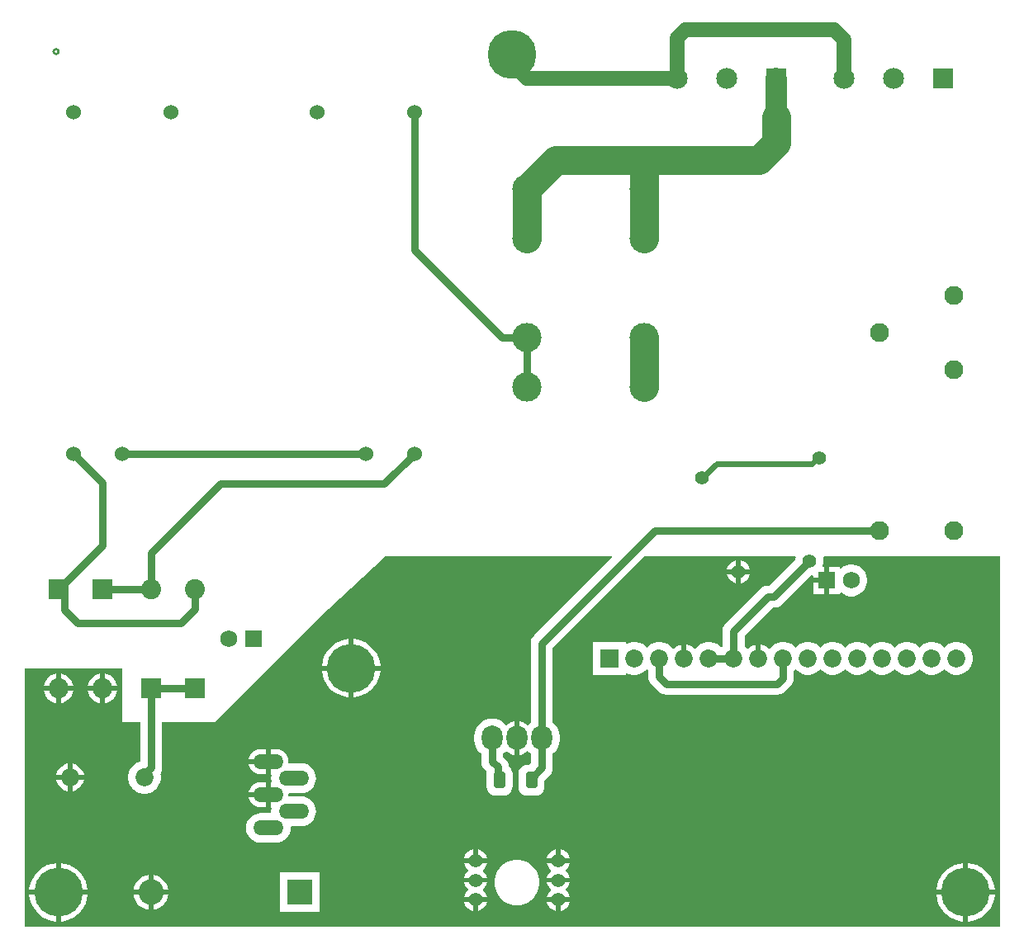
<source format=gbr>
%TF.GenerationSoftware,Altium Limited,Altium Designer,24.0.1 (36)*%
G04 Layer_Physical_Order=2*
G04 Layer_Color=16711680*
%FSLAX45Y45*%
%MOMM*%
%TF.SameCoordinates,1548FFD4-C5F0-4C99-8D9D-CADF44B10A7D*%
%TF.FilePolarity,Positive*%
%TF.FileFunction,Copper,L2,Bot,Signal*%
%TF.Part,Single*%
G01*
G75*
%TA.AperFunction,SMDPad,CuDef*%
G04:AMPARAMS|DCode=11|XSize=1.14mm|YSize=1.63mm|CornerRadius=0.1425mm|HoleSize=0mm|Usage=FLASHONLY|Rotation=0.000|XOffset=0mm|YOffset=0mm|HoleType=Round|Shape=RoundedRectangle|*
%AMROUNDEDRECTD11*
21,1,1.14000,1.34500,0,0,0.0*
21,1,0.85500,1.63000,0,0,0.0*
1,1,0.28500,0.42750,-0.67250*
1,1,0.28500,-0.42750,-0.67250*
1,1,0.28500,-0.42750,0.67250*
1,1,0.28500,0.42750,0.67250*
%
%ADD11ROUNDEDRECTD11*%
%TA.AperFunction,Conductor*%
%ADD21C,0.75000*%
%ADD22C,0.60000*%
%ADD23C,1.50000*%
%ADD24C,3.00000*%
%ADD25C,2.20000*%
%TA.AperFunction,NonConductor*%
%ADD27C,0.25400*%
%TA.AperFunction,ComponentPad*%
%ADD28C,1.75001*%
%ADD29R,1.75001X1.75001*%
%ADD30O,3.10000X1.55000*%
%ADD31C,5.00000*%
%ADD32C,1.85000*%
%ADD33R,1.85000X1.85000*%
%ADD34C,2.15000*%
%ADD35R,2.15000X2.15000*%
%ADD36C,3.00000*%
%ADD37C,1.52400*%
%ADD38C,1.95000*%
%ADD39O,2.15000X2.50000*%
%ADD40R,2.05000X2.05000*%
%ADD41C,2.05000*%
%ADD42C,1.85001*%
%ADD43C,2.60000*%
%ADD44R,2.60000X2.60000*%
%TA.AperFunction,ViaPad*%
%ADD45C,1.40000*%
G36*
X10000000Y0D02*
X0D01*
Y2650000D01*
X1000000D01*
Y2100000D01*
X1186529D01*
Y1691151D01*
X1182142Y1690278D01*
X1151659Y1677652D01*
X1124225Y1659321D01*
X1100894Y1635990D01*
X1082563Y1608556D01*
X1069936Y1578073D01*
X1063500Y1545712D01*
Y1512717D01*
X1069936Y1480356D01*
X1082563Y1449873D01*
X1100894Y1422439D01*
X1124225Y1399108D01*
X1151659Y1380778D01*
X1182142Y1368151D01*
X1214503Y1361714D01*
X1247497D01*
X1279858Y1368151D01*
X1310341Y1380778D01*
X1337776Y1399108D01*
X1361106Y1422439D01*
X1379437Y1449873D01*
X1392064Y1480356D01*
X1398501Y1512717D01*
Y1545712D01*
X1394420Y1566229D01*
X1398269Y1571245D01*
X1409604Y1598612D01*
X1413471Y1627980D01*
Y2100000D01*
X1950000D01*
X3000000Y3150000D01*
X3700000Y3800000D01*
X6022934D01*
X6027795Y3788267D01*
X5223764Y2984236D01*
X5205731Y2960736D01*
X5194396Y2933369D01*
X5190529Y2904000D01*
Y2092133D01*
X5174328Y2078838D01*
X5160636Y2062153D01*
X5137926Y2080790D01*
X5110564Y2095415D01*
X5080875Y2104421D01*
X5075000Y2105000D01*
Y1931701D01*
Y1758401D01*
X5080875Y1758979D01*
X5110564Y1767985D01*
X5137926Y1782610D01*
X5160602Y1801220D01*
X5174328Y1784495D01*
X5190529Y1771199D01*
Y1675501D01*
X5172298Y1657270D01*
X5157250D01*
X5133951Y1654203D01*
X5112240Y1645210D01*
X5093596Y1630904D01*
X5079290Y1612260D01*
X5070297Y1590549D01*
X5067230Y1567250D01*
Y1432750D01*
X5070297Y1409451D01*
X5079290Y1387740D01*
X5093596Y1369096D01*
X5112240Y1354790D01*
X5133951Y1345797D01*
X5157250Y1342730D01*
X5242750D01*
X5266049Y1345797D01*
X5287760Y1354790D01*
X5306404Y1369096D01*
X5320710Y1387740D01*
X5329703Y1409451D01*
X5332770Y1432750D01*
Y1496798D01*
X5384236Y1548264D01*
X5402269Y1571764D01*
X5413605Y1599131D01*
X5417471Y1628500D01*
Y1771199D01*
X5433672Y1784495D01*
X5456478Y1812284D01*
X5473424Y1843988D01*
X5483859Y1878390D01*
X5487383Y1914166D01*
Y1949166D01*
X5483859Y1984943D01*
X5473424Y2019344D01*
X5456478Y2051048D01*
X5433672Y2078838D01*
X5417471Y2092133D01*
Y2856999D01*
X6360472Y3800000D01*
X7902851D01*
X7910583Y3789924D01*
X7905000Y3769090D01*
Y3765472D01*
X7636780Y3497252D01*
X7623782D01*
X7594413Y3493386D01*
X7567046Y3482050D01*
X7543545Y3464017D01*
X7189764Y3110236D01*
X7171731Y3086735D01*
X7160395Y3059368D01*
X7156529Y3030000D01*
Y2873410D01*
X7146590Y2863471D01*
X7139410D01*
X7122775Y2880106D01*
X7095341Y2898437D01*
X7064858Y2911063D01*
X7032497Y2917500D01*
X6999503D01*
X6967142Y2911063D01*
X6936659Y2898437D01*
X6909225Y2880106D01*
X6885894Y2856775D01*
X6879782Y2847627D01*
X6867143Y2846382D01*
X6849497Y2864028D01*
X6817003Y2882789D01*
X6787000Y2890828D01*
Y2750000D01*
X6737000D01*
Y2890828D01*
X6706997Y2882789D01*
X6674503Y2864028D01*
X6656857Y2846382D01*
X6644218Y2847627D01*
X6638106Y2856775D01*
X6614775Y2880106D01*
X6587341Y2898437D01*
X6556858Y2911063D01*
X6524497Y2917500D01*
X6491503D01*
X6459142Y2911063D01*
X6428659Y2898437D01*
X6401225Y2880106D01*
X6381000Y2859881D01*
X6360775Y2880106D01*
X6333341Y2898437D01*
X6302858Y2911063D01*
X6270497Y2917500D01*
X6237503D01*
X6205142Y2911063D01*
X6180200Y2900732D01*
X6167500Y2907871D01*
Y2917500D01*
X5832500D01*
Y2582500D01*
X6167500D01*
Y2592129D01*
X6180200Y2599268D01*
X6205142Y2588937D01*
X6237503Y2582500D01*
X6270497D01*
X6302858Y2588937D01*
X6333341Y2601564D01*
X6360775Y2619894D01*
X6381000Y2640119D01*
X6394529Y2626590D01*
Y2562000D01*
X6398395Y2532631D01*
X6409731Y2505264D01*
X6427764Y2481764D01*
X6499764Y2409764D01*
X6523264Y2391731D01*
X6550631Y2380396D01*
X6580000Y2376529D01*
X7720000D01*
X7749369Y2380396D01*
X7776736Y2391731D01*
X7800236Y2409764D01*
X7855236Y2464764D01*
X7873269Y2488265D01*
X7884604Y2515631D01*
X7888471Y2545000D01*
Y2623590D01*
X7905000Y2640119D01*
X7925225Y2619894D01*
X7952659Y2601564D01*
X7983142Y2588937D01*
X8015503Y2582500D01*
X8048497D01*
X8080858Y2588937D01*
X8111341Y2601564D01*
X8138775Y2619894D01*
X8159000Y2640119D01*
X8179225Y2619894D01*
X8206659Y2601564D01*
X8237142Y2588937D01*
X8269503Y2582500D01*
X8302497D01*
X8334858Y2588937D01*
X8365341Y2601564D01*
X8392775Y2619894D01*
X8413000Y2640119D01*
X8433225Y2619894D01*
X8460659Y2601564D01*
X8491142Y2588937D01*
X8523503Y2582500D01*
X8556497D01*
X8588858Y2588937D01*
X8619341Y2601564D01*
X8646775Y2619894D01*
X8667000Y2640119D01*
X8687225Y2619894D01*
X8714659Y2601564D01*
X8745142Y2588937D01*
X8777503Y2582500D01*
X8810497D01*
X8842858Y2588937D01*
X8873341Y2601564D01*
X8900775Y2619894D01*
X8921000Y2640119D01*
X8941225Y2619894D01*
X8968659Y2601564D01*
X8999142Y2588937D01*
X9031503Y2582500D01*
X9064497D01*
X9096858Y2588937D01*
X9127341Y2601564D01*
X9154775Y2619894D01*
X9175000Y2640119D01*
X9195225Y2619894D01*
X9222659Y2601564D01*
X9253142Y2588937D01*
X9285503Y2582500D01*
X9318497D01*
X9350858Y2588937D01*
X9381341Y2601564D01*
X9408775Y2619894D01*
X9429000Y2640119D01*
X9449225Y2619894D01*
X9476659Y2601564D01*
X9507142Y2588937D01*
X9539503Y2582500D01*
X9572497D01*
X9604858Y2588937D01*
X9635341Y2601564D01*
X9662775Y2619894D01*
X9686106Y2643225D01*
X9704437Y2670659D01*
X9717063Y2701142D01*
X9723500Y2733503D01*
Y2766497D01*
X9717063Y2798858D01*
X9704437Y2829341D01*
X9686106Y2856775D01*
X9662775Y2880106D01*
X9635341Y2898437D01*
X9604858Y2911063D01*
X9572497Y2917500D01*
X9539503D01*
X9507142Y2911063D01*
X9476659Y2898437D01*
X9449225Y2880106D01*
X9429000Y2859881D01*
X9408775Y2880106D01*
X9381341Y2898437D01*
X9350858Y2911063D01*
X9318497Y2917500D01*
X9285503D01*
X9253142Y2911063D01*
X9222659Y2898437D01*
X9195225Y2880106D01*
X9175000Y2859881D01*
X9154775Y2880106D01*
X9127341Y2898437D01*
X9096858Y2911063D01*
X9064497Y2917500D01*
X9031503D01*
X8999142Y2911063D01*
X8968659Y2898437D01*
X8941225Y2880106D01*
X8921000Y2859881D01*
X8900775Y2880106D01*
X8873341Y2898437D01*
X8842858Y2911063D01*
X8810497Y2917500D01*
X8777503D01*
X8745142Y2911063D01*
X8714659Y2898437D01*
X8687225Y2880106D01*
X8667000Y2859881D01*
X8646775Y2880106D01*
X8619341Y2898437D01*
X8588858Y2911063D01*
X8556497Y2917500D01*
X8523503D01*
X8491142Y2911063D01*
X8460659Y2898437D01*
X8433225Y2880106D01*
X8413000Y2859881D01*
X8392775Y2880106D01*
X8365341Y2898437D01*
X8334858Y2911063D01*
X8302497Y2917500D01*
X8269503D01*
X8237142Y2911063D01*
X8206659Y2898437D01*
X8179225Y2880106D01*
X8159000Y2859881D01*
X8138775Y2880106D01*
X8111341Y2898437D01*
X8080858Y2911063D01*
X8048497Y2917500D01*
X8015503D01*
X7983142Y2911063D01*
X7952659Y2898437D01*
X7925225Y2880106D01*
X7905000Y2859881D01*
X7884775Y2880106D01*
X7857341Y2898437D01*
X7826858Y2911063D01*
X7794497Y2917500D01*
X7761503D01*
X7729142Y2911063D01*
X7698659Y2898437D01*
X7671225Y2880106D01*
X7647894Y2856775D01*
X7641782Y2847627D01*
X7629143Y2846382D01*
X7611497Y2864028D01*
X7579003Y2882789D01*
X7549000Y2890828D01*
Y2750000D01*
X7499000D01*
Y2890828D01*
X7468997Y2882789D01*
X7436503Y2864028D01*
X7418857Y2846382D01*
X7406218Y2847627D01*
X7400106Y2856775D01*
X7383471Y2873410D01*
Y2982999D01*
X7670783Y3270310D01*
X7683781D01*
X7713150Y3274177D01*
X7740517Y3285513D01*
X7764017Y3303545D01*
X8065472Y3605000D01*
X8069090D01*
X8075424Y3606697D01*
X8085500Y3598966D01*
Y3575000D01*
X8198000D01*
Y3687500D01*
X8194896D01*
X8186771Y3700201D01*
X8195000Y3730910D01*
Y3769090D01*
X8189417Y3789924D01*
X8197148Y3800000D01*
X10000000D01*
Y0D01*
D02*
G37*
%LPC*%
G36*
X8493005Y3712501D02*
X8460995D01*
X8429600Y3706256D01*
X8400027Y3694006D01*
X8373412Y3676223D01*
X8372234Y3675044D01*
X8360500Y3679905D01*
Y3687500D01*
X8248000D01*
Y3550000D01*
Y3412500D01*
X8360500D01*
Y3420096D01*
X8372234Y3424956D01*
X8373412Y3423778D01*
X8400027Y3405994D01*
X8429600Y3393744D01*
X8460995Y3387499D01*
X8493005D01*
X8524400Y3393744D01*
X8553973Y3405994D01*
X8580588Y3423778D01*
X8603223Y3446412D01*
X8621006Y3473027D01*
X8633256Y3502600D01*
X8639501Y3533995D01*
Y3566005D01*
X8633256Y3597400D01*
X8621006Y3626973D01*
X8603223Y3653588D01*
X8580588Y3676223D01*
X8553973Y3694006D01*
X8524400Y3706256D01*
X8493005Y3712501D01*
D02*
G37*
G36*
X7346400Y3756434D02*
Y3663900D01*
X7438934D01*
X7433222Y3685218D01*
X7417424Y3712582D01*
X7395081Y3734924D01*
X7367718Y3750722D01*
X7346400Y3756434D01*
D02*
G37*
G36*
X7296400D02*
X7275082Y3750722D01*
X7247718Y3734924D01*
X7225376Y3712582D01*
X7209578Y3685218D01*
X7203866Y3663900D01*
X7296400D01*
Y3756434D01*
D02*
G37*
G36*
X7438934Y3613900D02*
X7346400D01*
Y3521366D01*
X7367718Y3527078D01*
X7395081Y3542877D01*
X7417424Y3565219D01*
X7433222Y3592582D01*
X7438934Y3613900D01*
D02*
G37*
G36*
X7296400D02*
X7203866D01*
X7209578Y3592582D01*
X7225376Y3565219D01*
X7247718Y3542877D01*
X7275082Y3527078D01*
X7296400Y3521366D01*
Y3613900D01*
D02*
G37*
G36*
X8198000Y3525000D02*
X8085500D01*
Y3412500D01*
X8198000D01*
Y3525000D01*
D02*
G37*
G36*
X3375000Y2949780D02*
Y2675000D01*
X3649780D01*
X3642613Y2720250D01*
X3628021Y2765160D01*
X3606583Y2807234D01*
X3578827Y2845437D01*
X3545437Y2878827D01*
X3507234Y2906583D01*
X3465160Y2928021D01*
X3420250Y2942613D01*
X3375000Y2949780D01*
D02*
G37*
G36*
X3325000D02*
X3279750Y2942613D01*
X3234840Y2928021D01*
X3192766Y2906583D01*
X3154563Y2878827D01*
X3121173Y2845437D01*
X3093417Y2807234D01*
X3071979Y2765160D01*
X3057387Y2720250D01*
X3050220Y2675000D01*
X3325000D01*
Y2949780D01*
D02*
G37*
G36*
X825000Y2592515D02*
Y2467000D01*
X950515D01*
X946639Y2486482D01*
X935143Y2514236D01*
X918454Y2539213D01*
X897213Y2560454D01*
X872236Y2577143D01*
X844482Y2588639D01*
X825000Y2592515D01*
D02*
G37*
G36*
X375000D02*
Y2467000D01*
X500515D01*
X496639Y2486482D01*
X485144Y2514236D01*
X468454Y2539213D01*
X447213Y2560454D01*
X422236Y2577143D01*
X394483Y2588639D01*
X375000Y2592515D01*
D02*
G37*
G36*
X775000Y2592514D02*
X755517Y2588639D01*
X727764Y2577143D01*
X702787Y2560454D01*
X681546Y2539213D01*
X664856Y2514236D01*
X653361Y2486482D01*
X649485Y2467000D01*
X775000D01*
Y2592514D01*
D02*
G37*
G36*
X325000D02*
X305518Y2588639D01*
X277764Y2577143D01*
X252787Y2560454D01*
X231546Y2539213D01*
X214857Y2514236D01*
X203361Y2486482D01*
X199485Y2467000D01*
X325000D01*
Y2592514D01*
D02*
G37*
G36*
X3649780Y2625000D02*
X3375000D01*
Y2350220D01*
X3420250Y2357387D01*
X3465160Y2371979D01*
X3507234Y2393417D01*
X3545437Y2421173D01*
X3578827Y2454563D01*
X3606583Y2492766D01*
X3628021Y2534840D01*
X3642613Y2579750D01*
X3649780Y2625000D01*
D02*
G37*
G36*
X3325000D02*
X3050220D01*
X3057387Y2579750D01*
X3071979Y2534840D01*
X3093417Y2492766D01*
X3121173Y2454563D01*
X3154563Y2421173D01*
X3192766Y2393417D01*
X3234840Y2371979D01*
X3279750Y2357387D01*
X3325000Y2350220D01*
Y2625000D01*
D02*
G37*
G36*
X775000Y2417000D02*
X649485D01*
X653361Y2397517D01*
X664856Y2369764D01*
X681546Y2344787D01*
X702787Y2323546D01*
X727764Y2306856D01*
X755517Y2295361D01*
X775000Y2291485D01*
Y2417000D01*
D02*
G37*
G36*
X325000D02*
X199486D01*
X203361Y2397517D01*
X214857Y2369764D01*
X231546Y2344787D01*
X252787Y2323546D01*
X277764Y2306856D01*
X305518Y2295361D01*
X325000Y2291485D01*
Y2417000D01*
D02*
G37*
G36*
X950514D02*
X825000D01*
Y2291485D01*
X844482Y2295361D01*
X872236Y2306856D01*
X897213Y2323546D01*
X918454Y2344787D01*
X935143Y2369764D01*
X946639Y2397517D01*
X950514Y2417000D01*
D02*
G37*
G36*
X500515D02*
X375000D01*
Y2291485D01*
X394483Y2295361D01*
X422236Y2306856D01*
X447213Y2323546D01*
X468454Y2344787D01*
X485144Y2369764D01*
X496639Y2397517D01*
X500515Y2417000D01*
D02*
G37*
G36*
X4796000Y2132583D02*
X4760224Y2129060D01*
X4725822Y2118624D01*
X4694118Y2101678D01*
X4666328Y2078872D01*
X4643523Y2051083D01*
X4626576Y2019378D01*
X4616141Y1984977D01*
X4612617Y1949200D01*
Y1914200D01*
X4616141Y1878424D01*
X4626576Y1844022D01*
X4643523Y1812318D01*
X4666328Y1784529D01*
X4682529Y1771233D01*
Y1694200D01*
X4686396Y1664832D01*
X4697731Y1637465D01*
X4715764Y1613964D01*
X4739029Y1590699D01*
Y1519500D01*
X4739230Y1517974D01*
Y1432750D01*
X4742297Y1409451D01*
X4751290Y1387740D01*
X4765596Y1369096D01*
X4784240Y1354790D01*
X4805951Y1345797D01*
X4829250Y1342730D01*
X4914750D01*
X4938049Y1345797D01*
X4959760Y1354790D01*
X4978404Y1369096D01*
X4992710Y1387740D01*
X5001703Y1409451D01*
X5004770Y1432750D01*
Y1567250D01*
X5001703Y1590549D01*
X4992710Y1612260D01*
X4978404Y1630904D01*
X4965569Y1640752D01*
X4962105Y1667069D01*
X4950769Y1694436D01*
X4932736Y1717936D01*
X4909471Y1741201D01*
Y1771233D01*
X4925672Y1784529D01*
X4939381Y1801234D01*
X4962074Y1782610D01*
X4989436Y1767985D01*
X5019125Y1758979D01*
X5025000Y1758401D01*
Y1931701D01*
Y2105000D01*
X5019125Y2104421D01*
X4989436Y2095415D01*
X4962074Y2080790D01*
X4939381Y2062167D01*
X4925672Y2078872D01*
X4897882Y2101678D01*
X4866178Y2118624D01*
X4831776Y2129060D01*
X4796000Y2132583D01*
D02*
G37*
G36*
X2475000Y1818600D02*
X2422500D01*
X2389216Y1814218D01*
X2358200Y1801371D01*
X2331566Y1780934D01*
X2311129Y1754300D01*
X2298282Y1723284D01*
X2297191Y1715000D01*
X2475000D01*
Y1818600D01*
D02*
G37*
G36*
Y1665000D02*
X2297191D01*
X2298282Y1656716D01*
X2311129Y1625700D01*
X2331566Y1599066D01*
X2358200Y1578629D01*
X2389216Y1565782D01*
X2422500Y1561400D01*
X2475000D01*
Y1665000D01*
D02*
G37*
G36*
X494000Y1670043D02*
Y1554215D01*
X609829D01*
X601789Y1584218D01*
X583029Y1616712D01*
X556497Y1643243D01*
X524003Y1662004D01*
X494000Y1670043D01*
D02*
G37*
G36*
X444000D02*
X413997Y1662004D01*
X381503Y1643243D01*
X354971Y1616712D01*
X336211Y1584218D01*
X328172Y1554215D01*
X444000D01*
Y1670043D01*
D02*
G37*
G36*
X609829Y1504215D02*
X494000D01*
Y1388386D01*
X524003Y1396425D01*
X556497Y1415186D01*
X583029Y1441717D01*
X601789Y1474211D01*
X609829Y1504215D01*
D02*
G37*
G36*
X444000D02*
X328172D01*
X336211Y1474211D01*
X354971Y1441717D01*
X381503Y1415186D01*
X413997Y1396425D01*
X444000Y1388386D01*
Y1504215D01*
D02*
G37*
G36*
X2475000Y1478600D02*
X2422500D01*
X2389216Y1474218D01*
X2358200Y1461371D01*
X2331566Y1440934D01*
X2311129Y1414300D01*
X2298282Y1383284D01*
X2297191Y1375000D01*
X2475000D01*
Y1478600D01*
D02*
G37*
G36*
Y1325000D02*
X2297191D01*
X2298282Y1316716D01*
X2311129Y1285700D01*
X2331566Y1259066D01*
X2358200Y1238629D01*
X2389216Y1225782D01*
X2422500Y1221400D01*
X2475000D01*
Y1325000D01*
D02*
G37*
G36*
X2577500Y1818600D02*
X2525000D01*
Y1690000D01*
Y1561400D01*
X2525037D01*
X2531291Y1552968D01*
X2532089Y1548700D01*
X2529262Y1520000D01*
X2532089Y1491300D01*
X2531290Y1487032D01*
X2525037Y1478600D01*
X2525000D01*
Y1350000D01*
Y1221400D01*
X2525037D01*
X2531290Y1212968D01*
X2532089Y1208700D01*
X2529262Y1180000D01*
X2529986Y1172648D01*
X2521457Y1163238D01*
X2422500D01*
X2392605Y1160294D01*
X2363858Y1151574D01*
X2337366Y1137413D01*
X2314144Y1118356D01*
X2295087Y1095134D01*
X2280927Y1068642D01*
X2272207Y1039895D01*
X2269262Y1010000D01*
X2272207Y980105D01*
X2280927Y951358D01*
X2295087Y924866D01*
X2314144Y901644D01*
X2337366Y882587D01*
X2363858Y868427D01*
X2392605Y859706D01*
X2422500Y856762D01*
X2577500D01*
X2607395Y859706D01*
X2636142Y868427D01*
X2662635Y882587D01*
X2685856Y901644D01*
X2704913Y924866D01*
X2719074Y951358D01*
X2727794Y980105D01*
X2730738Y1010000D01*
X2730014Y1017352D01*
X2738543Y1026762D01*
X2837500D01*
X2867395Y1029707D01*
X2896142Y1038427D01*
X2922634Y1052587D01*
X2945856Y1071645D01*
X2964913Y1094866D01*
X2979074Y1121358D01*
X2987794Y1150105D01*
X2990738Y1180000D01*
X2987794Y1209895D01*
X2979074Y1238642D01*
X2964913Y1265135D01*
X2945856Y1288356D01*
X2922634Y1307413D01*
X2896142Y1321574D01*
X2867395Y1330294D01*
X2837500Y1333238D01*
X2713524D01*
X2705150Y1342787D01*
X2706100Y1350000D01*
X2705150Y1357213D01*
X2713524Y1366762D01*
X2837500D01*
X2867395Y1369706D01*
X2896142Y1378427D01*
X2922634Y1392587D01*
X2945856Y1411644D01*
X2964913Y1434866D01*
X2979074Y1461358D01*
X2987794Y1490105D01*
X2990738Y1520000D01*
X2987794Y1549895D01*
X2979074Y1578642D01*
X2964913Y1605134D01*
X2945856Y1628356D01*
X2922634Y1647413D01*
X2896142Y1661574D01*
X2867395Y1670294D01*
X2837500Y1673238D01*
X2713524D01*
X2705150Y1682787D01*
X2706100Y1690000D01*
X2701718Y1723284D01*
X2688871Y1754300D01*
X2668434Y1780934D01*
X2641800Y1801371D01*
X2610784Y1814218D01*
X2577500Y1818600D01*
D02*
G37*
G36*
X5500000Y792534D02*
Y700000D01*
X5592534D01*
X5586822Y721318D01*
X5571024Y748682D01*
X5548682Y771024D01*
X5521318Y786822D01*
X5500000Y792534D01*
D02*
G37*
G36*
X5450000D02*
X5428682Y786822D01*
X5401318Y771024D01*
X5378976Y748682D01*
X5363178Y721318D01*
X5357466Y700000D01*
X5450000D01*
Y792534D01*
D02*
G37*
G36*
X4650000D02*
Y700000D01*
X4742534D01*
X4736822Y721318D01*
X4721024Y748682D01*
X4698681Y771024D01*
X4671318Y786822D01*
X4650000Y792534D01*
D02*
G37*
G36*
X4600000D02*
X4578682Y786822D01*
X4551318Y771024D01*
X4528976Y748682D01*
X4513178Y721318D01*
X4507466Y700000D01*
X4600000D01*
Y792534D01*
D02*
G37*
G36*
X5592534Y650000D02*
X5357466D01*
X5363178Y628682D01*
X5378976Y601318D01*
X5397063Y583232D01*
X5399932Y575000D01*
X5397063Y566768D01*
X5378976Y548682D01*
X5363178Y521318D01*
X5357466Y500000D01*
X5592534D01*
X5586822Y521318D01*
X5571024Y548682D01*
X5552937Y566768D01*
X5550068Y575000D01*
X5552937Y583232D01*
X5571024Y601318D01*
X5586822Y628682D01*
X5592534Y650000D01*
D02*
G37*
G36*
X4742534D02*
X4507466D01*
X4513178Y628682D01*
X4528976Y601318D01*
X4547063Y583232D01*
X4549932Y575000D01*
X4547063Y566768D01*
X4528976Y548682D01*
X4513178Y521318D01*
X4507466Y500000D01*
X4742534D01*
X4736822Y521318D01*
X4721024Y548682D01*
X4702937Y566768D01*
X4700068Y575000D01*
X4702937Y583232D01*
X4721024Y601318D01*
X4736822Y628682D01*
X4742534Y650000D01*
D02*
G37*
G36*
X9675000Y649780D02*
Y375000D01*
X9949780D01*
X9942613Y420250D01*
X9928021Y465160D01*
X9906583Y507234D01*
X9878827Y545437D01*
X9845436Y578827D01*
X9807234Y606583D01*
X9765160Y628021D01*
X9720250Y642613D01*
X9675000Y649780D01*
D02*
G37*
G36*
X9625000D02*
X9579750Y642613D01*
X9534840Y628021D01*
X9492766Y606583D01*
X9454563Y578827D01*
X9421173Y545437D01*
X9393417Y507234D01*
X9371979Y465160D01*
X9357387Y420250D01*
X9350220Y375000D01*
X9625000D01*
Y649780D01*
D02*
G37*
G36*
X1322714Y528554D02*
Y375000D01*
X1476268D01*
X1470797Y402504D01*
X1457228Y435262D01*
X1437530Y464743D01*
X1412458Y489815D01*
X1382976Y509514D01*
X1350219Y523083D01*
X1322714Y528554D01*
D02*
G37*
G36*
X1272714D02*
X1245210Y523083D01*
X1212452Y509514D01*
X1182971Y489815D01*
X1157899Y464743D01*
X1138201Y435262D01*
X1124632Y402504D01*
X1119161Y375000D01*
X1272714D01*
Y528554D01*
D02*
G37*
G36*
X375000Y649780D02*
Y375000D01*
X649780D01*
X642613Y420250D01*
X628021Y465160D01*
X606583Y507234D01*
X578827Y545437D01*
X545437Y578827D01*
X507234Y606583D01*
X465160Y628021D01*
X420250Y642613D01*
X375000Y649780D01*
D02*
G37*
G36*
X325000D02*
X279750Y642613D01*
X234840Y628021D01*
X192766Y606583D01*
X154563Y578827D01*
X121173Y545437D01*
X93417Y507234D01*
X71979Y465160D01*
X57387Y420250D01*
X50220Y375000D01*
X325000D01*
Y649780D01*
D02*
G37*
G36*
X5592534Y450000D02*
X5357466D01*
X5363178Y428682D01*
X5378976Y401318D01*
X5397063Y383232D01*
X5399932Y375000D01*
X5397063Y366768D01*
X5378976Y348682D01*
X5363178Y321318D01*
X5357466Y300000D01*
X5592534D01*
X5586822Y321318D01*
X5571024Y348682D01*
X5552937Y366768D01*
X5550068Y375000D01*
X5552937Y383232D01*
X5571024Y401318D01*
X5586822Y428682D01*
X5592534Y450000D01*
D02*
G37*
G36*
X4742534D02*
X4507466D01*
X4513178Y428682D01*
X4528976Y401318D01*
X4547063Y383232D01*
X4549932Y375000D01*
X4547063Y366768D01*
X4528976Y348682D01*
X4513178Y321318D01*
X4507466Y300000D01*
X4742534D01*
X4736822Y321318D01*
X4721024Y348682D01*
X4702937Y366768D01*
X4700068Y375000D01*
X4702937Y383232D01*
X4721024Y401318D01*
X4736822Y428682D01*
X4742534Y450000D01*
D02*
G37*
G36*
X5072899Y682500D02*
X5027101D01*
X4982182Y673565D01*
X4939870Y656039D01*
X4901790Y630595D01*
X4869406Y598210D01*
X4843961Y560130D01*
X4826435Y517818D01*
X4817500Y472899D01*
Y427101D01*
X4826435Y382182D01*
X4843961Y339870D01*
X4869406Y301790D01*
X4901790Y269406D01*
X4939870Y243961D01*
X4982182Y226435D01*
X5027101Y217500D01*
X5072899D01*
X5117818Y226435D01*
X5160130Y243961D01*
X5198210Y269406D01*
X5230595Y301790D01*
X5256039Y339870D01*
X5273565Y382182D01*
X5282500Y427101D01*
Y472899D01*
X5273565Y517818D01*
X5256039Y560130D01*
X5230595Y598210D01*
X5198210Y630595D01*
X5160130Y656039D01*
X5117818Y673565D01*
X5072899Y682500D01*
D02*
G37*
G36*
X1476268Y325000D02*
X1322714D01*
Y171446D01*
X1350219Y176917D01*
X1382976Y190486D01*
X1412458Y210185D01*
X1437530Y235257D01*
X1457228Y264738D01*
X1470797Y297496D01*
X1476268Y325000D01*
D02*
G37*
G36*
X1272714D02*
X1119161D01*
X1124632Y297496D01*
X1138201Y264738D01*
X1157899Y235257D01*
X1182971Y210185D01*
X1212452Y190486D01*
X1245210Y176917D01*
X1272714Y171446D01*
Y325000D01*
D02*
G37*
G36*
X5592534Y250000D02*
X5500000D01*
Y157466D01*
X5521318Y163178D01*
X5548682Y178976D01*
X5571024Y201318D01*
X5586822Y228682D01*
X5592534Y250000D01*
D02*
G37*
G36*
X5450000D02*
X5357466D01*
X5363178Y228682D01*
X5378976Y201318D01*
X5401318Y178976D01*
X5428682Y163178D01*
X5450000Y157466D01*
Y250000D01*
D02*
G37*
G36*
X4742534D02*
X4650000D01*
Y157466D01*
X4671318Y163178D01*
X4698681Y178976D01*
X4721024Y201318D01*
X4736822Y228682D01*
X4742534Y250000D01*
D02*
G37*
G36*
X4600000D02*
X4507466D01*
X4513178Y228682D01*
X4528976Y201318D01*
X4551318Y178976D01*
X4578682Y163178D01*
X4600000Y157466D01*
Y250000D01*
D02*
G37*
G36*
X3026715Y555000D02*
X2616714D01*
Y145000D01*
X3026715D01*
Y555000D01*
D02*
G37*
G36*
X9949780Y325000D02*
X9675000D01*
Y50220D01*
X9720250Y57387D01*
X9765160Y71979D01*
X9807234Y93417D01*
X9845436Y121173D01*
X9878827Y154563D01*
X9906583Y192766D01*
X9928021Y234840D01*
X9942613Y279750D01*
X9949780Y325000D01*
D02*
G37*
G36*
X9625000D02*
X9350220D01*
X9357387Y279750D01*
X9371979Y234840D01*
X9393417Y192766D01*
X9421173Y154563D01*
X9454563Y121173D01*
X9492766Y93417D01*
X9534840Y71979D01*
X9579750Y57387D01*
X9625000Y50220D01*
Y325000D01*
D02*
G37*
G36*
X649780D02*
X375000D01*
Y50220D01*
X420250Y57387D01*
X465160Y71979D01*
X507234Y93417D01*
X545437Y121173D01*
X578827Y154563D01*
X606583Y192766D01*
X628021Y234840D01*
X642613Y279750D01*
X649780Y325000D01*
D02*
G37*
G36*
X325000D02*
X50220D01*
X57387Y279750D01*
X71979Y234840D01*
X93417Y192766D01*
X121173Y154563D01*
X154563Y121173D01*
X192766Y93417D01*
X234840Y71979D01*
X279750Y57387D01*
X325000Y50220D01*
Y325000D01*
D02*
G37*
%LPD*%
D11*
X4872000Y1500000D02*
D03*
X5200000D02*
D03*
D21*
X4000000Y6940000D02*
X4897700Y6042300D01*
X5150800D01*
Y5534300D02*
Y6042300D01*
X5304000Y1931666D02*
Y2904000D01*
X6464000Y4064000D02*
X8763000D01*
X5304000Y2904000D02*
X6464000Y4064000D01*
X7270000Y3030000D02*
X7623782Y3383781D01*
X7683781D01*
X8050000Y3750000D01*
X7270000Y2750000D02*
Y3030000D01*
X1231000Y1529215D02*
Y1558981D01*
X1300000Y1627980D02*
Y2442000D01*
X1231000Y1558981D02*
X1300000Y1627980D01*
X7720000Y2490000D02*
X7775000Y2545000D01*
Y2747000D02*
X7778000Y2750000D01*
X7775000Y2545000D02*
Y2747000D01*
X6580000Y2490000D02*
X7720000D01*
X6508000Y2562000D02*
Y2750000D01*
Y2562000D02*
X6580000Y2490000D01*
X4852500Y1519500D02*
Y1637700D01*
Y1519500D02*
X4872000Y1500000D01*
X4796000Y1694200D02*
X4852500Y1637700D01*
X4796000Y1694200D02*
Y1931700D01*
X5304000Y1628500D02*
Y1931666D01*
X5200000Y1524500D02*
X5304000Y1628500D01*
X5200000Y1500000D02*
Y1524500D01*
X800000Y3458000D02*
X1300000D01*
Y2442000D02*
X1750000D01*
Y3260000D02*
Y3458000D01*
X1600000Y3110000D02*
X1750000Y3260000D01*
X550000Y3110000D02*
X1600000D01*
X410000Y3250000D02*
X550000Y3110000D01*
X410000Y3250000D02*
Y3398000D01*
X350000Y3458000D02*
X410000Y3398000D01*
X3690000Y4540000D02*
X4000000Y4850000D01*
X1300000Y3830000D02*
X2010000Y4540000D01*
X3690000D01*
X1300000Y3458000D02*
Y3830000D01*
X500000Y4850000D02*
X800000Y4550000D01*
X350000Y3458000D02*
X800000Y3908000D01*
Y4550000D01*
X1000000Y4850000D02*
X3500000D01*
X7016000Y2750000D02*
X7270000D01*
X4000000Y6940000D02*
Y8350000D01*
D22*
X8129759Y4809356D02*
X8149906D01*
X7100000Y4750000D02*
X8070403D01*
X8129759Y4809356D01*
X6950000Y4600000D02*
X7100000Y4750000D01*
D23*
X5000000Y8855291D02*
Y8950000D01*
Y8855291D02*
X5155290Y8700000D01*
X5000000Y8950000D02*
X5012868D01*
X5155290Y8700000D02*
X6692000D01*
X8300000Y9200000D02*
X8400000Y9100000D01*
Y8700000D02*
Y9100000D01*
X6779868Y9200000D02*
X8300000D01*
X6692000Y9112132D02*
X6779868Y9200000D01*
X6692000Y8700000D02*
Y9112132D01*
D24*
X5150800Y7566300D02*
X5450800Y7866300D01*
X6200800D01*
X5150800Y7058300D02*
Y7566300D01*
X6350800Y5534300D02*
Y6042300D01*
Y7566300D02*
Y7866300D01*
Y7058300D02*
Y7566300D01*
X6215496Y7866300D02*
X7532264D01*
X7708000Y8042036D02*
Y8300000D01*
X7532264Y7866300D02*
X7708000Y8042036D01*
D25*
Y8300000D02*
Y8700000D01*
D27*
X350000Y8975000D02*
G03*
X350000Y8975000I-25000J0D01*
G01*
D28*
X2098000Y2950000D02*
D03*
X8477000Y3550000D02*
D03*
D29*
X2352000Y2950000D02*
D03*
X8223000Y3550000D02*
D03*
D30*
X2500000Y1010000D02*
D03*
X2760000Y1180000D02*
D03*
X2500000Y1350000D02*
D03*
X2760000Y1520000D02*
D03*
X2500000Y1690000D02*
D03*
D31*
X9650000Y350000D02*
D03*
X3350000Y2650000D02*
D03*
X5000000Y8950000D02*
D03*
X350000Y350000D02*
D03*
D32*
X9556000Y2750000D02*
D03*
X9302000D02*
D03*
X7778000D02*
D03*
X7524000D02*
D03*
X7270000D02*
D03*
X7016000D02*
D03*
X6254000D02*
D03*
X6508000D02*
D03*
X6762000D02*
D03*
X8032000D02*
D03*
X8286000D02*
D03*
X8540000D02*
D03*
X8794000D02*
D03*
X9048000D02*
D03*
D33*
X6000000D02*
D03*
D34*
X8400000Y8700000D02*
D03*
X8908000D02*
D03*
X6692000D02*
D03*
X7200000D02*
D03*
D35*
X9416000D02*
D03*
X7708000D02*
D03*
D36*
X6350800Y5534300D02*
D03*
Y6042300D02*
D03*
Y7058300D02*
D03*
Y7566300D02*
D03*
X5150800Y5534300D02*
D03*
Y6042300D02*
D03*
Y7058300D02*
D03*
Y7566300D02*
D03*
D37*
X500000Y8350000D02*
D03*
X4000000D02*
D03*
X1500000D02*
D03*
X3000000D02*
D03*
X500000Y4850000D02*
D03*
X4000000D02*
D03*
X3500000D02*
D03*
X1000000D02*
D03*
D38*
X9525000Y6477000D02*
D03*
Y5715000D02*
D03*
X8763000Y6096000D02*
D03*
X9525000Y4064000D02*
D03*
X8763000D02*
D03*
D39*
X5304000Y1931666D02*
D03*
X5050000Y1931700D02*
D03*
X4796000D02*
D03*
D40*
X1300000Y2442000D02*
D03*
X800000Y3458000D02*
D03*
X350000D02*
D03*
X1750000Y2442000D02*
D03*
D41*
X1300000Y3458000D02*
D03*
X800000Y2442000D02*
D03*
X350000D02*
D03*
X1750000Y3458000D02*
D03*
D42*
X1231000Y1529215D02*
D03*
X469000D02*
D03*
D43*
X1297714Y350000D02*
D03*
D44*
X2821714D02*
D03*
D45*
X4625000Y275000D02*
D03*
Y475000D02*
D03*
Y675000D02*
D03*
X5475000D02*
D03*
Y475000D02*
D03*
Y275000D02*
D03*
X7321400Y3638900D02*
D03*
X8050000Y3750000D02*
D03*
X6950000Y4600000D02*
D03*
X8145550Y4805000D02*
D03*
%TF.MD5,7f5dbaa41501086f19ed802ad4ebd4dc*%
M02*

</source>
